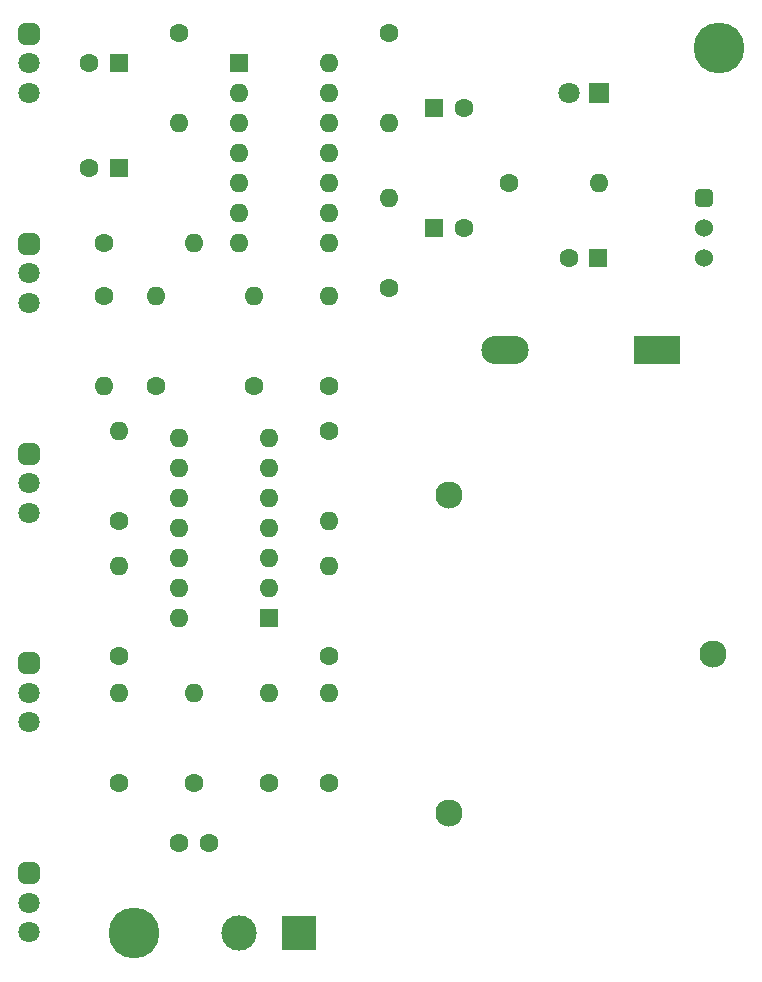
<source format=gbr>
%TF.GenerationSoftware,KiCad,Pcbnew,7.0.10*%
%TF.CreationDate,2024-02-02T19:11:58+01:00*%
%TF.ProjectId,lux106_1_1,6c757831-3036-45f3-915f-312e6b696361,rev?*%
%TF.SameCoordinates,Original*%
%TF.FileFunction,Soldermask,Top*%
%TF.FilePolarity,Negative*%
%FSLAX46Y46*%
G04 Gerber Fmt 4.6, Leading zero omitted, Abs format (unit mm)*
G04 Created by KiCad (PCBNEW 7.0.10) date 2024-02-02 19:11:58*
%MOMM*%
%LPD*%
G01*
G04 APERTURE LIST*
G04 Aperture macros list*
%AMRoundRect*
0 Rectangle with rounded corners*
0 $1 Rounding radius*
0 $2 $3 $4 $5 $6 $7 $8 $9 X,Y pos of 4 corners*
0 Add a 4 corners polygon primitive as box body*
4,1,4,$2,$3,$4,$5,$6,$7,$8,$9,$2,$3,0*
0 Add four circle primitives for the rounded corners*
1,1,$1+$1,$2,$3*
1,1,$1+$1,$4,$5*
1,1,$1+$1,$6,$7*
1,1,$1+$1,$8,$9*
0 Add four rect primitives between the rounded corners*
20,1,$1+$1,$2,$3,$4,$5,0*
20,1,$1+$1,$4,$5,$6,$7,0*
20,1,$1+$1,$6,$7,$8,$9,0*
20,1,$1+$1,$8,$9,$2,$3,0*%
G04 Aperture macros list end*
%ADD10RoundRect,0.450000X0.450000X0.450000X-0.450000X0.450000X-0.450000X-0.450000X0.450000X-0.450000X0*%
%ADD11C,1.800000*%
%ADD12C,1.600000*%
%ADD13O,1.600000X1.600000*%
%ADD14R,3.000000X3.000000*%
%ADD15C,3.000000*%
%ADD16C,2.300000*%
%ADD17R,4.020000X2.410000*%
%ADD18O,4.020000X2.410000*%
%ADD19R,1.600000X1.600000*%
%ADD20RoundRect,0.381000X-0.381000X-0.381000X0.381000X-0.381000X0.381000X0.381000X-0.381000X0.381000X0*%
%ADD21C,1.524000*%
%ADD22C,4.300000*%
%ADD23R,1.800000X1.800000*%
G04 APERTURE END LIST*
D10*
%TO.C,RV4*%
X81280000Y-91480000D03*
D11*
X81280000Y-93980000D03*
X81280000Y-96480000D03*
%TD*%
D10*
%TO.C,RV1*%
X81280000Y-73700000D03*
D11*
X81280000Y-76200000D03*
X81280000Y-78700000D03*
%TD*%
D12*
%TO.C,R6*%
X88900000Y-97155000D03*
D13*
X88900000Y-89535000D03*
%TD*%
D14*
%TO.C,J1*%
X104140000Y-132080000D03*
D15*
X99060000Y-132080000D03*
%TD*%
D12*
%TO.C,R7*%
X92075000Y-85725000D03*
D13*
X92075000Y-78105000D03*
%TD*%
D12*
%TO.C,R8*%
X100330000Y-85725000D03*
D13*
X100330000Y-78105000D03*
%TD*%
D12*
%TO.C,C6*%
X96520000Y-124460000D03*
X94020000Y-124460000D03*
%TD*%
%TO.C,R3*%
X111760000Y-77475000D03*
D13*
X111760000Y-69855000D03*
%TD*%
D12*
%TO.C,R16*%
X106690000Y-108585000D03*
D13*
X106690000Y-100965000D03*
%TD*%
D16*
%TO.C,BT1*%
X116840000Y-94950000D03*
X139190000Y-108440000D03*
X116840000Y-121920000D03*
D17*
X134460000Y-82660000D03*
D18*
X121580000Y-82660000D03*
%TD*%
D12*
%TO.C,R12*%
X88900000Y-108585000D03*
D13*
X88900000Y-100965000D03*
%TD*%
D19*
%TO.C,U2*%
X101600000Y-105410000D03*
D13*
X101600000Y-102870000D03*
X101600000Y-100330000D03*
X101600000Y-97790000D03*
X101600000Y-95250000D03*
X101600000Y-92710000D03*
X101600000Y-90170000D03*
X93980000Y-90170000D03*
X93980000Y-92710000D03*
X93980000Y-95250000D03*
X93980000Y-97790000D03*
X93980000Y-100330000D03*
X93980000Y-102870000D03*
X93980000Y-105410000D03*
%TD*%
D20*
%TO.C,SW2*%
X138430000Y-69850000D03*
D21*
X138430000Y-72390000D03*
X138430000Y-74930000D03*
%TD*%
D10*
%TO.C,RV5*%
X81280000Y-127000000D03*
D11*
X81280000Y-129500000D03*
X81280000Y-132000000D03*
%TD*%
D12*
%TO.C,R10*%
X87630000Y-78105000D03*
D13*
X87630000Y-85725000D03*
%TD*%
D12*
%TO.C,R5*%
X121920000Y-68580000D03*
D13*
X129540000Y-68580000D03*
%TD*%
D10*
%TO.C,RV3*%
X81280000Y-109220000D03*
D11*
X81280000Y-111720000D03*
X81280000Y-114220000D03*
%TD*%
D12*
%TO.C,R14*%
X106680000Y-89535000D03*
D13*
X106680000Y-97155000D03*
%TD*%
D19*
%TO.C,C4*%
X115610000Y-72390000D03*
D12*
X118110000Y-72390000D03*
%TD*%
D19*
%TO.C,C2*%
X88900000Y-67310000D03*
D12*
X86400000Y-67310000D03*
%TD*%
%TO.C,R2*%
X87630000Y-73660000D03*
D13*
X95250000Y-73660000D03*
%TD*%
D12*
%TO.C,R9*%
X106680000Y-85725000D03*
D13*
X106680000Y-78105000D03*
%TD*%
D22*
%TO.C,SCRW 1*%
X90170000Y-132080000D03*
%TD*%
D19*
%TO.C,C3*%
X115610000Y-62230000D03*
D12*
X118110000Y-62230000D03*
%TD*%
%TO.C,R17*%
X101600000Y-119380000D03*
D13*
X101600000Y-111760000D03*
%TD*%
D12*
%TO.C,R4*%
X111760000Y-55885000D03*
D13*
X111760000Y-63505000D03*
%TD*%
D12*
%TO.C,R1*%
X93980000Y-55885000D03*
D13*
X93980000Y-63505000D03*
%TD*%
D22*
%TO.C,SCRW 2*%
X139700000Y-57150000D03*
%TD*%
D23*
%TO.C,D1*%
X129540000Y-60960000D03*
D11*
X127000000Y-60960000D03*
%TD*%
D12*
%TO.C,R11*%
X95250000Y-119380000D03*
D13*
X95250000Y-111760000D03*
%TD*%
D12*
%TO.C,R15*%
X106690000Y-119380000D03*
D13*
X106690000Y-111760000D03*
%TD*%
D19*
%TO.C,C5*%
X129500000Y-74930000D03*
D12*
X127000000Y-74930000D03*
%TD*%
D19*
%TO.C,C1*%
X88900000Y-58420000D03*
D12*
X86400000Y-58420000D03*
%TD*%
D10*
%TO.C,RV2*%
X81280000Y-55920000D03*
D11*
X81280000Y-58420000D03*
X81280000Y-60920000D03*
%TD*%
D12*
%TO.C,R13*%
X88900000Y-119380000D03*
D13*
X88900000Y-111760000D03*
%TD*%
D19*
%TO.C,U1*%
X99070000Y-58420000D03*
D13*
X99070000Y-60960000D03*
X99070000Y-63500000D03*
X99070000Y-66040000D03*
X99070000Y-68580000D03*
X99070000Y-71120000D03*
X99070000Y-73660000D03*
X106690000Y-73660000D03*
X106690000Y-71120000D03*
X106690000Y-68580000D03*
X106690000Y-66040000D03*
X106690000Y-63500000D03*
X106690000Y-60960000D03*
X106690000Y-58420000D03*
%TD*%
M02*

</source>
